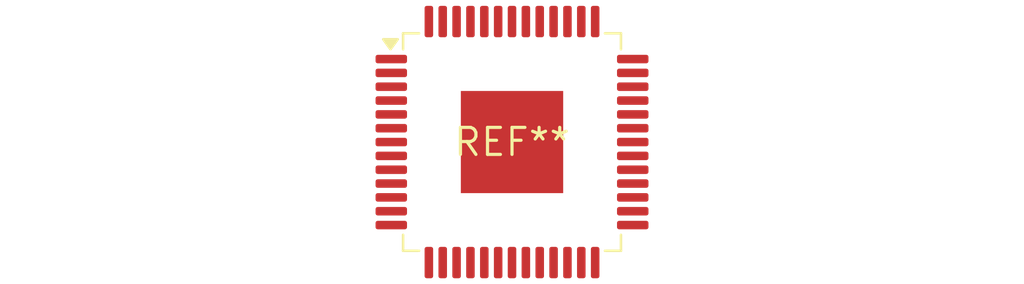
<source format=kicad_pcb>
(kicad_pcb (version 20240108) (generator pcbnew)
  (layers (0 "F.Cu" signal) (31 "B.Cu" signal) (34 "B.Paste" user) (35 "F.Paste" user) (36 "B.SilkS" user "B.Silkscreen") (37 "F.SilkS" user "F.Silkscreen") (38 "B.Mask" user) (39 "F.Mask" user) (44 "Edge.Cuts" user))
  (net 0 "")
  (footprint "LQFP-52-1EP_10x10mm_P0.65mm_EP4.8x4.8mm" (layer "F.Cu") (at 0 0)
    (property "Reference" "REF**")
    (property "Value" "LQFP-52-1EP_10x10mm_P0.65mm_EP4.8x4.8mm")
    (fp_line (start -5.11 -5.11) (end -5.11 -4.36) (layer "F.SilkS") (stroke (width 0.12)))
    (fp_line (start -5.11 5.11) (end -5.11 4.36) (layer "F.SilkS") (stroke (width 0.12)))
    (fp_line (start -4.36 -5.11) (end -5.11 -5.11) (layer "F.SilkS") (stroke (width 0.12)))
    (fp_line (start -4.36 5.11) (end -5.11 5.11) (layer "F.SilkS") (stroke (width 0.12)))
    (fp_line (start 4.36 -5.11) (end 5.11 -5.11) (layer "F.SilkS") (stroke (width 0.12)))
    (fp_line (start 4.36 5.11) (end 5.11 5.11) (layer "F.SilkS") (stroke (width 0.12)))
    (fp_line (start 5.11 -5.11) (end 5.11 -4.36) (layer "F.SilkS") (stroke (width 0.12)))
    (fp_line (start 5.11 5.11) (end 5.11 4.36) (layer "F.SilkS") (stroke (width 0.12)))
    (fp_poly (pts (xy -5.7 -4.36) (xy -6.04 -4.83) (xy -5.36 -4.83) (xy -5.7 -4.36)) (layer "F.SilkS") (stroke (width 0.12)) (fill solid))
    (pad "1" smd roundrect (at -5.6625 -3.9) (size 1.475 0.4) (layers "F.Cu" "F.Paste" "F.Mask"))
    (pad "2" smd roundrect (at -5.6625 -3.25) (size 1.475 0.4) (layers "F.Cu" "F.Paste" "F.Mask"))
    (pad "3" smd roundrect (at -5.6625 -2.6) (size 1.475 0.4) (layers "F.Cu" "F.Paste" "F.Mask"))
    (pad "4" smd roundrect (at -5.6625 -1.95) (size 1.475 0.4) (layers "F.Cu" "F.Paste" "F.Mask"))
    (pad "5" smd roundrect (at -5.6625 -1.3) (size 1.475 0.4) (layers "F.Cu" "F.Paste" "F.Mask"))
    (pad "6" smd roundrect (at -5.6625 -0.65) (size 1.475 0.4) (layers "F.Cu" "F.Paste" "F.Mask"))
    (pad "7" smd roundrect (at -5.6625 0) (size 1.475 0.4) (layers "F.Cu" "F.Paste" "F.Mask"))
    (pad "8" smd roundrect (at -5.6625 0.65) (size 1.475 0.4) (layers "F.Cu" "F.Paste" "F.Mask"))
    (pad "9" smd roundrect (at -5.6625 1.3) (size 1.475 0.4) (layers "F.Cu" "F.Paste" "F.Mask"))
    (pad "10" smd roundrect (at -5.6625 1.95) (size 1.475 0.4) (layers "F.Cu" "F.Paste" "F.Mask"))
    (pad "11" smd roundrect (at -5.6625 2.6) (size 1.475 0.4) (layers "F.Cu" "F.Paste" "F.Mask"))
    (pad "12" smd roundrect (at -5.6625 3.25) (size 1.475 0.4) (layers "F.Cu" "F.Paste" "F.Mask"))
    (pad "13" smd roundrect (at -5.6625 3.9) (size 1.475 0.4) (layers "F.Cu" "F.Paste" "F.Mask"))
    (pad "14" smd roundrect (at -3.9 5.6625) (size 0.4 1.475) (layers "F.Cu" "F.Paste" "F.Mask"))
    (pad "15" smd roundrect (at -3.25 5.6625) (size 0.4 1.475) (layers "F.Cu" "F.Paste" "F.Mask"))
    (pad "16" smd roundrect (at -2.6 5.6625) (size 0.4 1.475) (layers "F.Cu" "F.Paste" "F.Mask"))
    (pad "17" smd roundrect (at -1.95 5.6625) (size 0.4 1.475) (layers "F.Cu" "F.Paste" "F.Mask"))
    (pad "18" smd roundrect (at -1.3 5.6625) (size 0.4 1.475) (layers "F.Cu" "F.Paste" "F.Mask"))
    (pad "19" smd roundrect (at -0.65 5.6625) (size 0.4 1.475) (layers "F.Cu" "F.Paste" "F.Mask"))
    (pad "20" smd roundrect (at 0 5.6625) (size 0.4 1.475) (layers "F.Cu" "F.Paste" "F.Mask"))
    (pad "21" smd roundrect (at 0.65 5.6625) (size 0.4 1.475) (layers "F.Cu" "F.Paste" "F.Mask"))
    (pad "22" smd roundrect (at 1.3 5.6625) (size 0.4 1.475) (layers "F.Cu" "F.Paste" "F.Mask"))
    (pad "23" smd roundrect (at 1.95 5.6625) (size 0.4 1.475) (layers "F.Cu" "F.Paste" "F.Mask"))
    (pad "24" smd roundrect (at 2.6 5.6625) (size 0.4 1.475) (layers "F.Cu" "F.Paste" "F.Mask"))
    (pad "25" smd roundrect (at 3.25 5.6625) (size 0.4 1.475) (layers "F.Cu" "F.Paste" "F.Mask"))
    (pad "26" smd roundrect (at 3.9 5.6625) (size 0.4 1.475) (layers "F.Cu" "F.Paste" "F.Mask"))
    (pad "27" smd roundrect (at 5.6625 3.9) (size 1.475 0.4) (layers "F.Cu" "F.Paste" "F.Mask"))
    (pad "28" smd roundrect (at 5.6625 3.25) (size 1.475 0.4) (layers "F.Cu" "F.Paste" "F.Mask"))
    (pad "29" smd roundrect (at 5.6625 2.6) (size 1.475 0.4) (layers "F.Cu" "F.Paste" "F.Mask"))
    (pad "30" smd roundrect (at 5.6625 1.95) (size 1.475 0.4) (layers "F.Cu" "F.Paste" "F.Mask"))
    (pad "31" smd roundrect (at 5.6625 1.3) (size 1.475 0.4) (layers "F.Cu" "F.Paste" "F.Mask"))
    (pad "32" smd roundrect (at 5.6625 0.65) (size 1.475 0.4) (layers "F.Cu" "F.Paste" "F.Mask"))
    (pad "33" smd roundrect (at 5.6625 0) (size 1.475 0.4) (layers "F.Cu" "F.Paste" "F.Mask"))
    (pad "34" smd roundrect (at 5.6625 -0.65) (size 1.475 0.4) (layers "F.Cu" "F.Paste" "F.Mask"))
    (pad "35" smd roundrect (at 5.6625 -1.3) (size 1.475 0.4) (layers "F.Cu" "F.Paste" "F.Mask"))
    (pad "36" smd roundrect (at 5.6625 -1.95) (size 1.475 0.4) (layers "F.Cu" "F.Paste" "F.Mask"))
    (pad "37" smd roundrect (at 5.6625 -2.6) (size 1.475 0.4) (layers "F.Cu" "F.Paste" "F.Mask"))
    (pad "38" smd roundrect (at 5.6625 -3.25) (size 1.475 0.4) (layers "F.Cu" "F.Paste" "F.Mask"))
    (pad "39" smd roundrect (at 5.6625 -3.9) (size 1.475 0.4) (layers "F.Cu" "F.Paste" "F.Mask"))
    (pad "40" smd roundrect (at 3.9 -5.6625) (size 0.4 1.475) (layers "F.Cu" "F.Paste" "F.Mask"))
    (pad "41" smd roundrect (at 3.25 -5.6625) (size 0.4 1.475) (layers "F.Cu" "F.Paste" "F.Mask"))
    (pad "42" smd roundrect (at 2.6 -5.6625) (size 0.4 1.475) (layers "F.Cu" "F.Paste" "F.Mask"))
    (pad "43" smd roundrect (at 1.95 -5.6625) (size 0.4 1.475) (layers "F.Cu" "F.Paste" "F.Mask"))
    (pad "44" smd roundrect (at 1.3 -5.6625) (size 0.4 1.475) (layers "F.Cu" "F.Paste" "F.Mask"))
    (pad "45" smd roundrect (at 0.65 -5.6625) (size 0.4 1.475) (layers "F.Cu" "F.Paste" "F.Mask"))
    (pad "46" smd roundrect (at 0 -5.6625) (size 0.4 1.475) (layers "F.Cu" "F.Paste" "F.Mask"))
    (pad "47" smd roundrect (at -0.65 -5.6625) (size 0.4 1.475) (layers "F.Cu" "F.Paste" "F.Mask"))
    (pad "48" smd roundrect (at -1.3 -5.6625) (size 0.4 1.475) (layers "F.Cu" "F.Paste" "F.Mask"))
    (pad "49" smd roundrect (at -1.95 -5.6625) (size 0.4 1.475) (layers "F.Cu" "F.Paste" "F.Mask"))
    (pad "50" smd roundrect (at -2.6 -5.6625) (size 0.4 1.475) (layers "F.Cu" "F.Paste" "F.Mask"))
    (pad "51" smd roundrect (at -3.25 -5.6625) (size 0.4 1.475) (layers "F.Cu" "F.Paste" "F.Mask"))
    (pad "52" smd roundrect (at -3.9 -5.6625) (size 0.4 1.475) (layers "F.Cu" "F.Paste" "F.Mask"))
    (pad "53" smd rect (at 0 0) (size 4.8 4.8) (property pad_prop_heatsink) (layers "F.Cu" "F.Mask"))
  )
)
</source>
